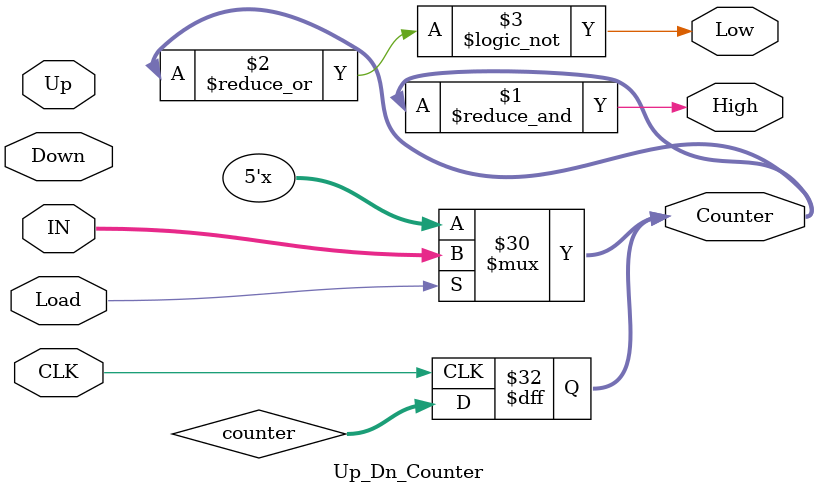
<source format=v>
module Up_Dn_Counter(
	input  wire [4:0]  IN,
	input  wire		   Load,
	input  wire 	   Up,
	input  wire        Down,
	input  wire        CLK,
	output reg  [4:0]  Counter,
	output wire  	   High,
	output wire  	   Low
	);

	reg [4:0] counter;

	assign High = &Counter;
	assign Low = ~|Counter;

	always @(posedge CLK)
	begin
		Counter <= counter; 
	end

	always @(*)
	begin
		if (Load) 
		begin
			Counter = IN;
		end
		else if (Down & ~Low)
		begin
			Counter = Counter - 1;
		end
		else if (Up & ~High & ~Down) 
		begin
			Counter = Counter + 1;
		end
		else begin
			Counter = Counter;
		end
	end

endmodule

</source>
